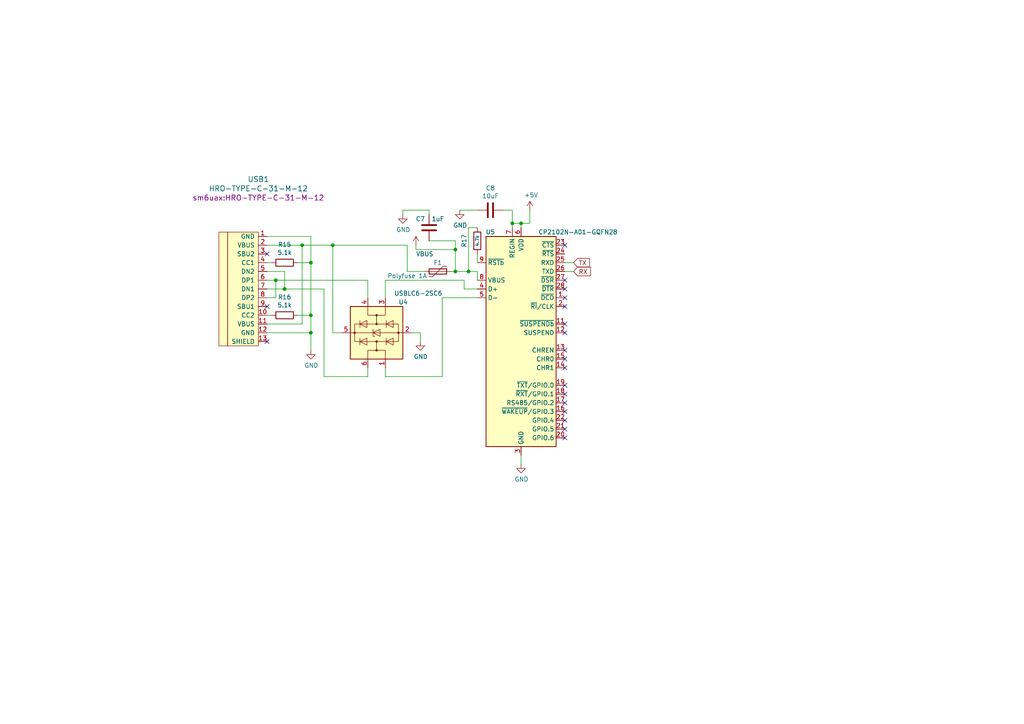
<source format=kicad_sch>
(kicad_sch (version 20211123) (generator eeschema)
  (paper "A4")
  (title_block (title "8051dumper") (date "2022-01-23") (rev "1.0a") (company "SweProj.com"))
  (lib_symbols
    (symbol "Device:C" (pin_numbers hide) (pin_names (offset 0.254))
      (property "Reference" "C" (at 0.635 2.54 0))
      (property "Value" "C" (at 0.635 -2.54 0))
      (symbol "C_0_1"
        (polyline (pts (xy -2.032 -0.762) (xy 2.032 -0.762)) (stroke (width 0.508)))
        (polyline (pts (xy -2.032 0.762) (xy 2.032 0.762)) (stroke (width 0.508)))
      )
      (symbol "C_1_1"
        (pin passive line (at 0 3.81 270) (length 2.794) (name "~") (number "1"))
        (pin passive line (at 0 -3.81 90) (length 2.794) (name "~") (number "2"))
      )
    )
    (symbol "Device:Polyfuse" (pin_numbers hide) (pin_names (offset 0))
      (property "Reference" "F" (at -2.54 0 90))
      (property "Value" "Polyfuse" (at 2.54 0 90))
      (symbol "Polyfuse_0_1"
        (rectangle (start -0.762 2.54) (end 0.762 -2.54) (stroke (width 0.254)))
        (polyline (pts (xy 0 2.54) (xy 0 -2.54)))
        (polyline (pts (xy -1.524 2.54) (xy -1.524 1.524) (xy 1.524 -1.524) (xy 1.524 -2.54)))
      )
      (symbol "Polyfuse_1_1"
        (pin passive line (at 0 3.81 270) (length 1.27) (name "~") (number "1"))
        (pin passive line (at 0 -3.81 90) (length 1.27) (name "~") (number "2"))
      )
    )
    (symbol "Device:R" (pin_numbers hide) (pin_names (offset 0))
      (property "Reference" "R" (at 2.032 0 90))
      (property "Value" "R" (at 0 0 90))
      (symbol "R_0_1"
        (rectangle (start -1.016 -2.54) (end 1.016 2.54) (stroke (width 0.254)))
      )
      (symbol "R_1_1"
        (pin passive line (at 0 3.81 270) (length 1.27) (name "~") (number "1"))
        (pin passive line (at 0 -3.81 90) (length 1.27) (name "~") (number "2"))
      )
    )
    (symbol "Interface_USB:CP2102N-A01-GQFN28"
      (property "Reference" "U" (at -7.62 31.75 0))
      (property "Value" "Interface_USB_CP2102N-A01-GQFN28" (at 26.67 31.75 0))
      (symbol "CP2102N-A01-GQFN28_0_1"
        (rectangle (start -10.16 30.48) (end 10.16 -30.48) (stroke (width 0.254)) (fill (type background)))
      )
      (symbol "CP2102N-A01-GQFN28_1_1"
        (pin input line (at 12.7 12.7 180) (length 2.54) (name "~{DCD}") (number "1"))
        (pin no_connect line (at -10.16 -10.16 0) (length 2.54) hide (name "NC") (number "10"))
        (pin output line (at 12.7 5.08 180) (length 2.54) (name "~{SUSPENDb}") (number "11"))
        (pin output line (at 12.7 2.54 180) (length 2.54) (name "SUSPEND") (number "12"))
        (pin output line (at 12.7 -2.54 180) (length 2.54) (name "CHREN") (number "13"))
        (pin output line (at 12.7 -7.62 180) (length 2.54) (name "CHR1") (number "14"))
        (pin output line (at 12.7 -5.08 180) (length 2.54) (name "CHR0") (number "15"))
        (pin bidirectional line (at 12.7 -20.32 180) (length 2.54) (name "~{WAKEUP}/GPIO.3") (number "16"))
        (pin bidirectional line (at 12.7 -17.78 180) (length 2.54) (name "RS485/GPIO.2") (number "17"))
        (pin bidirectional line (at 12.7 -15.24 180) (length 2.54) (name "~{RXT}/GPIO.1") (number "18"))
        (pin bidirectional line (at 12.7 -12.7 180) (length 2.54) (name "~{TXT}/GPIO.0") (number "19"))
        (pin bidirectional line (at 12.7 10.16 180) (length 2.54) (name "~{RI}/CLK") (number "2"))
        (pin bidirectional line (at 12.7 -27.94 180) (length 2.54) (name "GPIO.6") (number "20"))
        (pin bidirectional line (at 12.7 -25.4 180) (length 2.54) (name "GPIO.5") (number "21"))
        (pin bidirectional line (at 12.7 -22.86 180) (length 2.54) (name "GPIO.4") (number "22"))
        (pin input line (at 12.7 27.94 180) (length 2.54) (name "~{CTS}") (number "23"))
        (pin output line (at 12.7 25.4 180) (length 2.54) (name "~{RTS}") (number "24"))
        (pin input line (at 12.7 22.86 180) (length 2.54) (name "RXD") (number "25"))
        (pin output line (at 12.7 20.32 180) (length 2.54) (name "TXD") (number "26"))
        (pin input line (at 12.7 17.78 180) (length 2.54) (name "~{DSR}") (number "27"))
        (pin output line (at 12.7 15.24 180) (length 2.54) (name "~{DTR}") (number "28"))
        (pin passive line (at 0 -33.02 90) (length 2.54) hide (name "GND") (number "29"))
        (pin power_in line (at 0 -33.02 90) (length 2.54) (name "GND") (number "3"))
        (pin bidirectional line (at -12.7 15.24 0) (length 2.54) (name "D+") (number "4"))
        (pin bidirectional line (at -12.7 12.7 0) (length 2.54) (name "D-") (number "5"))
        (pin passive line (at 0 33.02 270) (length 2.54) (name "VDD") (number "6"))
        (pin power_in line (at -2.54 33.02 270) (length 2.54) (name "REGIN") (number "7"))
        (pin input line (at -12.7 17.78 0) (length 2.54) (name "VBUS") (number "8"))
        (pin input line (at -12.7 22.86 0) (length 2.54) (name "~{RSTb}") (number "9"))
      )
    )
    (symbol "Power_Protection:USBLC6-2SC6" (pin_names hide)
      (property "Reference" "U" (at 2.54 8.89 0))
      (property "Value" "USBLC6-2SC6" (at 2.54 -8.89 0))
      (symbol "USBLC6-2SC6_0_1"
        (rectangle (start -7.62 -7.62) (end 7.62 7.62) (stroke (width 0.254)) (fill (type background)))
        (circle (center -5.08 0) (radius 0.254) (fill (type outline)))
        (circle (center -2.54 0) (radius 0.254) (fill (type outline)))
        (rectangle (start -2.54 6.35) (end 2.54 -6.35))
        (circle (center 0 -6.35) (radius 0.254) (fill (type outline)))
        (polyline (pts (xy -5.08 -2.54) (xy -7.62 -2.54)))
        (polyline (pts (xy -5.08 0) (xy -5.08 -2.54)))
        (polyline (pts (xy -5.08 2.54) (xy -7.62 2.54)))
        (polyline (pts (xy -1.524 -2.794) (xy -3.556 -2.794)))
        (polyline (pts (xy -1.524 4.826) (xy -3.556 4.826)))
        (polyline (pts (xy 0 -7.62) (xy 0 -6.35)))
        (polyline (pts (xy 0 -6.35) (xy 0 1.27)))
        (polyline (pts (xy 0 1.27) (xy 0 6.35)))
        (polyline (pts (xy 0 6.35) (xy 0 7.62)))
        (polyline (pts (xy 1.524 -2.794) (xy 3.556 -2.794)))
        (polyline (pts (xy 1.524 4.826) (xy 3.556 4.826)))
        (polyline (pts (xy 5.08 -2.54) (xy 7.62 -2.54)))
        (polyline (pts (xy 5.08 0) (xy 5.08 -2.54)))
        (polyline (pts (xy 5.08 2.54) (xy 7.62 2.54)))
        (polyline (pts (xy -2.54 0) (xy -5.08 0) (xy -5.08 2.54)))
        (polyline (pts (xy 2.54 0) (xy 5.08 0) (xy 5.08 2.54)))
        (polyline (pts (xy -3.556 -4.826) (xy -1.524 -4.826) (xy -2.54 -2.794) (xy -3.556 -4.826)))
        (polyline (pts (xy -3.556 2.794) (xy -1.524 2.794) (xy -2.54 4.826) (xy -3.556 2.794)))
        (polyline (pts (xy -1.016 -1.016) (xy 1.016 -1.016) (xy 0 1.016) (xy -1.016 -1.016)))
        (polyline (pts (xy 1.016 1.016) (xy 0.762 1.016) (xy -1.016 1.016) (xy -1.016 0.508)))
        (polyline (pts (xy 3.556 -4.826) (xy 1.524 -4.826) (xy 2.54 -2.794) (xy 3.556 -4.826)))
        (polyline (pts (xy 3.556 2.794) (xy 1.524 2.794) (xy 2.54 4.826) (xy 3.556 2.794)))
        (circle (center 0 6.35) (radius 0.254) (fill (type outline)))
        (circle (center 2.54 0) (radius 0.254) (fill (type outline)))
        (circle (center 5.08 0) (radius 0.254) (fill (type outline)))
      )
      (symbol "USBLC6-2SC6_1_1"
        (pin passive line (at -10.16 -2.54 0) (length 2.54) (name "I/O1") (number "1"))
        (pin passive line (at 0 -10.16 90) (length 2.54) (name "GND") (number "2"))
        (pin passive line (at 10.16 -2.54 180) (length 2.54) (name "I/O2") (number "3"))
        (pin passive line (at 10.16 2.54 180) (length 2.54) (name "I/O2") (number "4"))
        (pin passive line (at 0 10.16 270) (length 2.54) (name "VBUS") (number "5"))
        (pin passive line (at -10.16 2.54 0) (length 2.54) (name "I/O1") (number "6"))
      )
    )
    (symbol "power:+5V" (power) (pin_names (offset 0))
      (property "Value" "+5V" (at 0 3.556 0))
      (symbol "+5V_0_1"
        (polyline (pts (xy -0.762 1.27) (xy 0 2.54)))
        (polyline (pts (xy 0 0) (xy 0 2.54)))
        (polyline (pts (xy 0 2.54) (xy 0.762 1.27)))
      )
      (symbol "+5V_1_1"
        (pin power_in line (at 0 0 90) (length 0) hide (name "+5V") (number "1"))
      )
    )
    (symbol "power:GND" (power) (pin_names (offset 0))
      (property "Value" "GND" (at 0 -3.81 0))
      (symbol "GND_0_1"
        (polyline (pts (xy 0 0) (xy 0 -1.27) (xy 1.27 -1.27) (xy 0 -2.54) (xy -1.27 -1.27) (xy 0 -1.27)))
      )
      (symbol "GND_1_1"
        (pin power_in line (at 0 0 270) (length 0) hide (name "GND") (number "1"))
      )
    )
    (symbol "power:VBUS" (power) (pin_names (offset 0))
      (property "Value" "VBUS" (at 0 3.81 0))
      (symbol "VBUS_0_1"
        (polyline (pts (xy -0.762 1.27) (xy 0 2.54)))
        (polyline (pts (xy 0 0) (xy 0 2.54)))
        (polyline (pts (xy 0 2.54) (xy 0.762 1.27)))
      )
      (symbol "VBUS_1_1"
        (pin power_in line (at 0 0 90) (length 0) hide (name "VBUS") (number "1"))
      )
    )
    (symbol "sm6uax:HRO-TYPE-C-31-M-12" (pin_names (offset 1.016))
      (property "Reference" "USB" (at -5.08 16.51 0))
      (property "Value" "sm6uax_HRO-TYPE-C-31-M-12" (at -10.16 -1.27 90))
      (symbol "HRO-TYPE-C-31-M-12_0_1"
        (rectangle (start -11.43 15.24) (end -8.89 -17.78) (fill (type background)))
        (rectangle (start 0 -17.78) (end -8.89 15.24) (fill (type background)))
      )
      (symbol "HRO-TYPE-C-31-M-12_1_1"
        (pin input line (at 2.54 13.97 180) (length 2.54) (name "GND") (number "1"))
        (pin input line (at 2.54 -8.89 180) (length 2.54) (name "CC2") (number "10"))
        (pin input line (at 2.54 -11.43 180) (length 2.54) (name "VBUS") (number "11"))
        (pin input line (at 2.54 -13.97 180) (length 2.54) (name "GND") (number "12"))
        (pin input line (at 2.54 -16.51 180) (length 2.54) (name "SHIELD") (number "13"))
        (pin input line (at 2.54 11.43 180) (length 2.54) (name "VBUS") (number "2"))
        (pin input line (at 2.54 8.89 180) (length 2.54) (name "SBU2") (number "3"))
        (pin input line (at 2.54 6.35 180) (length 2.54) (name "CC1") (number "4"))
        (pin input line (at 2.54 3.81 180) (length 2.54) (name "DN2") (number "5"))
        (pin input line (at 2.54 1.27 180) (length 2.54) (name "DP1") (number "6"))
        (pin input line (at 2.54 -1.27 180) (length 2.54) (name "DN1") (number "7"))
        (pin input line (at 2.54 -3.81 180) (length 2.54) (name "DP2") (number "8"))
        (pin input line (at 2.54 -6.35 180) (length 2.54) (name "SBU1") (number "9"))
      )
    )
  )
  (junction (at 90.17 76.2))
  (junction (at 148.59 64.77))
  (junction (at 132.08 78.74))
  (junction (at 82.55 83.82))
  (junction (at 90.17 91.44))
  (junction (at 132.08 72.39))
  (junction (at 87.63 71.12))
  (junction (at 96.52 71.12))
  (junction (at 80.01 81.28))
  (junction (at 135.89 78.74))
  (junction (at 151.13 64.77))
  (junction (at 90.17 96.52))
  (no_connect (at 163.83 127))
  (no_connect (at 77.47 88.9))
  (no_connect (at 163.83 88.9))
  (no_connect (at 163.83 111.76))
  (no_connect (at 163.83 83.82))
  (no_connect (at 163.83 104.14))
  (no_connect (at 163.83 71.12))
  (no_connect (at 163.83 119.38))
  (no_connect (at 163.83 96.52))
  (no_connect (at 163.83 93.98))
  (no_connect (at 163.83 106.68))
  (no_connect (at 163.83 86.36))
  (no_connect (at 163.83 81.28))
  (no_connect (at 77.47 73.66))
  (no_connect (at 163.83 101.6))
  (no_connect (at 163.83 116.84))
  (no_connect (at 77.47 99.06))
  (no_connect (at 163.83 114.3))
  (no_connect (at 163.83 124.46))
  (no_connect (at 163.83 121.92))
  (wire (pts (xy 111.76 109.22) (xy 111.76 106.68)))
  (wire (pts (xy 138.43 78.74) (xy 138.43 81.28)))
  (wire (pts (xy 77.47 76.2) (xy 78.74 76.2)))
  (wire (pts (xy 77.47 71.12) (xy 87.63 71.12)))
  (wire (pts (xy 153.67 60.96) (xy 153.67 64.77)))
  (wire (pts (xy 106.68 109.22) (xy 106.68 106.68)))
  (wire (pts (xy 77.47 96.52) (xy 90.17 96.52)))
  (wire (pts (xy 86.36 91.44) (xy 90.17 91.44)))
  (wire (pts (xy 118.11 78.74) (xy 123.19 78.74)))
  (wire (pts (xy 128.27 109.22) (xy 128.27 86.36)))
  (wire (pts (xy 130.81 78.74) (xy 132.08 78.74)))
  (wire (pts (xy 111.76 81.28) (xy 134.62 81.28)))
  (wire (pts (xy 96.52 96.52) (xy 96.52 71.12)))
  (wire (pts (xy 82.55 83.82) (xy 93.98 83.82)))
  (wire (pts (xy 87.63 71.12) (xy 87.63 93.98)))
  (wire (pts (xy 90.17 91.44) (xy 90.17 96.52)))
  (wire (pts (xy 86.36 76.2) (xy 90.17 76.2)))
  (wire (pts (xy 111.76 109.22) (xy 128.27 109.22)))
  (wire (pts (xy 133.35 60.96) (xy 138.43 60.96)))
  (wire (pts (xy 77.47 78.74) (xy 82.55 78.74)))
  (wire (pts (xy 148.59 60.96) (xy 148.59 64.77)))
  (wire (pts (xy 116.84 60.96) (xy 124.46 60.96)))
  (wire (pts (xy 90.17 68.58) (xy 90.17 76.2)))
  (wire (pts (xy 77.47 93.98) (xy 87.63 93.98)))
  (wire (pts (xy 118.11 71.12) (xy 118.11 78.74)))
  (wire (pts (xy 77.47 83.82) (xy 82.55 83.82)))
  (wire (pts (xy 151.13 64.77) (xy 153.67 64.77)))
  (wire (pts (xy 138.43 76.2) (xy 138.43 73.66)))
  (wire (pts (xy 77.47 68.58) (xy 90.17 68.58)))
  (wire (pts (xy 132.08 78.74) (xy 135.89 78.74)))
  (wire (pts (xy 120.65 71.12) (xy 120.65 72.39)))
  (wire (pts (xy 111.76 81.28) (xy 111.76 86.36)))
  (wire (pts (xy 135.89 66.04) (xy 135.89 78.74)))
  (wire (pts (xy 109.22 91.44) (xy 109.22 93.98)))
  (wire (pts (xy 80.01 86.36) (xy 80.01 81.28)))
  (wire (pts (xy 151.13 64.77) (xy 151.13 66.04)))
  (wire (pts (xy 146.05 60.96) (xy 148.59 60.96)))
  (wire (pts (xy 77.47 81.28) (xy 80.01 81.28)))
  (wire (pts (xy 119.38 96.52) (xy 121.92 96.52)))
  (wire (pts (xy 138.43 66.04) (xy 135.89 66.04)))
  (wire (pts (xy 90.17 76.2) (xy 90.17 91.44)))
  (wire (pts (xy 163.83 78.74) (xy 166.37 78.74)))
  (wire (pts (xy 128.27 86.36) (xy 138.43 86.36)))
  (wire (pts (xy 96.52 71.12) (xy 118.11 71.12)))
  (wire (pts (xy 134.62 81.28) (xy 134.62 83.82)))
  (wire (pts (xy 134.62 83.82) (xy 138.43 83.82)))
  (wire (pts (xy 148.59 66.04) (xy 148.59 64.77)))
  (wire (pts (xy 106.68 81.28) (xy 106.68 86.36)))
  (wire (pts (xy 132.08 69.85) (xy 132.08 72.39)))
  (wire (pts (xy 132.08 72.39) (xy 132.08 78.74)))
  (wire (pts (xy 93.98 83.82) (xy 93.98 109.22)))
  (wire (pts (xy 124.46 69.85) (xy 132.08 69.85)))
  (wire (pts (xy 80.01 81.28) (xy 106.68 81.28)))
  (wire (pts (xy 77.47 86.36) (xy 80.01 86.36)))
  (wire (pts (xy 148.59 64.77) (xy 151.13 64.77)))
  (wire (pts (xy 96.52 96.52) (xy 99.06 96.52)))
  (wire (pts (xy 124.46 60.96) (xy 124.46 62.23)))
  (wire (pts (xy 90.17 96.52) (xy 90.17 101.6)))
  (wire (pts (xy 87.63 71.12) (xy 96.52 71.12)))
  (wire (pts (xy 135.89 78.74) (xy 138.43 78.74)))
  (wire (pts (xy 82.55 78.74) (xy 82.55 83.82)))
  (wire (pts (xy 93.98 109.22) (xy 106.68 109.22)))
  (wire (pts (xy 120.65 72.39) (xy 132.08 72.39)))
  (wire (pts (xy 121.92 96.52) (xy 121.92 99.06)))
  (wire (pts (xy 151.13 132.08) (xy 151.13 134.62)))
  (wire (pts (xy 116.84 62.23) (xy 116.84 60.96)))
  (wire (pts (xy 77.47 91.44) (xy 78.74 91.44)))
  (wire (pts (xy 163.83 76.2) (xy 166.37 76.2)))
  (global_label "TX" (shape input) (at 166.37 76.2 0) (property "Intersheet References" "${INTERSHEET_REFS}" (effects hide)))
  (global_label "RX" (shape input) (at 166.37 78.74 0) (property "Intersheet References" "${INTERSHEET_REFS}" (effects hide)))
  (symbol (lib_id "Device:Polyfuse") (at 127 78.74 270) (unit 1)
    (property "Reference" "F1" (at 127 76.2 90))
    (property "Value" "Polyfuse 1A" (at 118.11 80.01 90))
    (property "Footprint" "sm6uax:Fuse_1206_3216Metric" (effects hide))
    (property "Datasheet" "https://datasheet.lcsc.com/szlcsc/1811141110_TECHFUSE-nSMD020-30V_C69680.pdf" (effects hide))
    (property "LCSC" "C720075" (effects hide))
  )
  (symbol (lib_id "power:GND") (at 90.17 101.6 0) (unit 1)
    (property "Reference" "#PWR0103" (effects hide))
    (property "Value" "GND" (at 90.297 105.9942 0))
  )
  (symbol (lib_id "Device:C") (at 142.24 60.96 270) (unit 1)
    (property "Reference" "C8" (at 142.24 54.5592 90))
    (property "Value" "10uF" (at 142.24 56.8706 90))
    (property "Footprint" "Capacitor_SMD:C_0805_2012Metric" (effects hide))
    (property "LCSC" "C15850" (effects hide))
  )
  (symbol (lib_id "power:GND") (at 133.35 60.96 0) (unit 1)
    (property "Reference" "#PWR0102" (effects hide))
    (property "Value" "GND" (at 133.477 65.3542 0))
  )
  (symbol (lib_id "Interface_USB:CP2102N-A01-GQFN28") (at 151.13 99.06 0) (unit 1)
    (property "Reference" "U5" (at 142.24 67.31 0))
    (property "Value" "CP2102N-A01-GQFN28" (at 167.64 67.31 0))
    (property "Footprint" "Package_DFN_QFN:QFN-28-1EP_5x5mm_P0.5mm_EP3.35x3.35mm" (effects hide))
    (property "Datasheet" "https://www.silabs.com/documents/public/data-sheets/cp2102n-datasheet.pdf" (effects hide))
    (property "LCSC" "C6568" (effects hide))
  )
  (symbol (lib_id "Device:R") (at 138.43 69.85 180) (unit 1)
    (property "Reference" "R17" (at 134.62 69.85 90))
    (property "Value" "4.7k" (at 138.43 69.85 90) (effects (font (size 1 1))))
    (property "Footprint" "Resistor_SMD:R_0402_1005Metric" (effects hide))
    (property "LCSC" "C25900" (effects hide))
  )
  (symbol (lib_id "power:GND") (at 151.13 134.62 0) (unit 1)
    (property "Reference" "#PWR0104" (effects hide))
    (property "Value" "GND" (at 151.257 139.0142 0))
  )
  (symbol (lib_id "sm6uax:HRO-TYPE-C-31-M-12") (at 74.93 82.55 0) (unit 1)
    (property "Reference" "USB1" (at 74.93 51.9938 0) (effects (font (size 1.524 1.524))))
    (property "Value" "HRO-TYPE-C-31-M-12" (at 74.93 54.6862 0) (effects (font (size 1.524 1.524))))
    (property "Footprint" "sm6uax:HRO-TYPE-C-31-M-12" (at 74.93 57.3786 0) (effects (font (size 1.524 1.524))))
    (property "Datasheet" "https://datasheet.lcsc.com/szlcsc/1811131825_Korean-Hroparts-Elec-TYPE-C-31-M-12_C165948.pdf" (effects hide))
    (property "LCSC" "C165948" (effects hide))
  )
  (symbol (lib_id "Device:R") (at 82.55 76.2 270) (unit 1)
    (property "Reference" "R15" (at 82.55 70.9422 90))
    (property "Value" "5.1k" (at 82.55 73.2536 90))
    (property "Footprint" "Resistor_SMD:R_0402_1005Metric" (effects hide))
    (property "LCSC" "C25905" (effects hide))
  )
  (symbol (lib_id "Device:R") (at 82.55 91.44 270) (unit 1)
    (property "Reference" "R16" (at 82.55 86.1822 90))
    (property "Value" "5.1k" (at 82.55 88.4936 90))
    (property "Footprint" "Resistor_SMD:R_0402_1005Metric" (effects hide))
    (property "LCSC" "C25905" (effects hide))
  )
  (symbol (lib_id "Device:C") (at 124.46 66.04 0) (mirror y) (unit 1)
    (property "Reference" "C7" (at 121.92 63.5 0))
    (property "Value" "1uF" (at 127 63.5 0))
    (property "Footprint" "Capacitor_SMD:C_0805_2012Metric" (effects hide))
    (property "LCSC" "C28323" (effects hide))
  )
  (symbol (lib_id "power:GND") (at 116.84 62.23 0) (unit 1)
    (property "Reference" "#PWR0105" (effects hide))
    (property "Value" "GND" (at 116.967 66.6242 0))
  )
  (symbol (lib_id "Power_Protection:USBLC6-2SC6") (at 109.22 96.52 90) (unit 1)
    (property "Reference" "U4" (at 115.57 87.63 90) (effects (justify right)))
    (property "Value" "USBLC6-2SC6" (at 114.3 85.09 90) (effects (justify right)))
    (property "Footprint" "Package_TO_SOT_SMD:SOT-23-6" (effects hide))
    (property "LCSC" "C7519" (effects hide))
  )
  (symbol (lib_id "power:GND") (at 121.92 99.06 0) (unit 1)
    (property "Reference" "#PWR0106" (effects hide))
    (property "Value" "GND" (at 122.047 103.4542 0))
  )
  (symbol (lib_id "power:+5V") (at 153.67 60.96 0) (unit 1)
    (property "Reference" "#PWR0101" (effects hide))
    (property "Value" "+5V" (at 154.051 56.5658 0))
  )
  (symbol (lib_id "power:VBUS") (at 120.65 71.12 0) (unit 1)
    (property "Reference" "#PWR0108" (effects hide))
    (property "Value" "VBUS" (at 123.19 73.66 0))
  )
)
</source>
